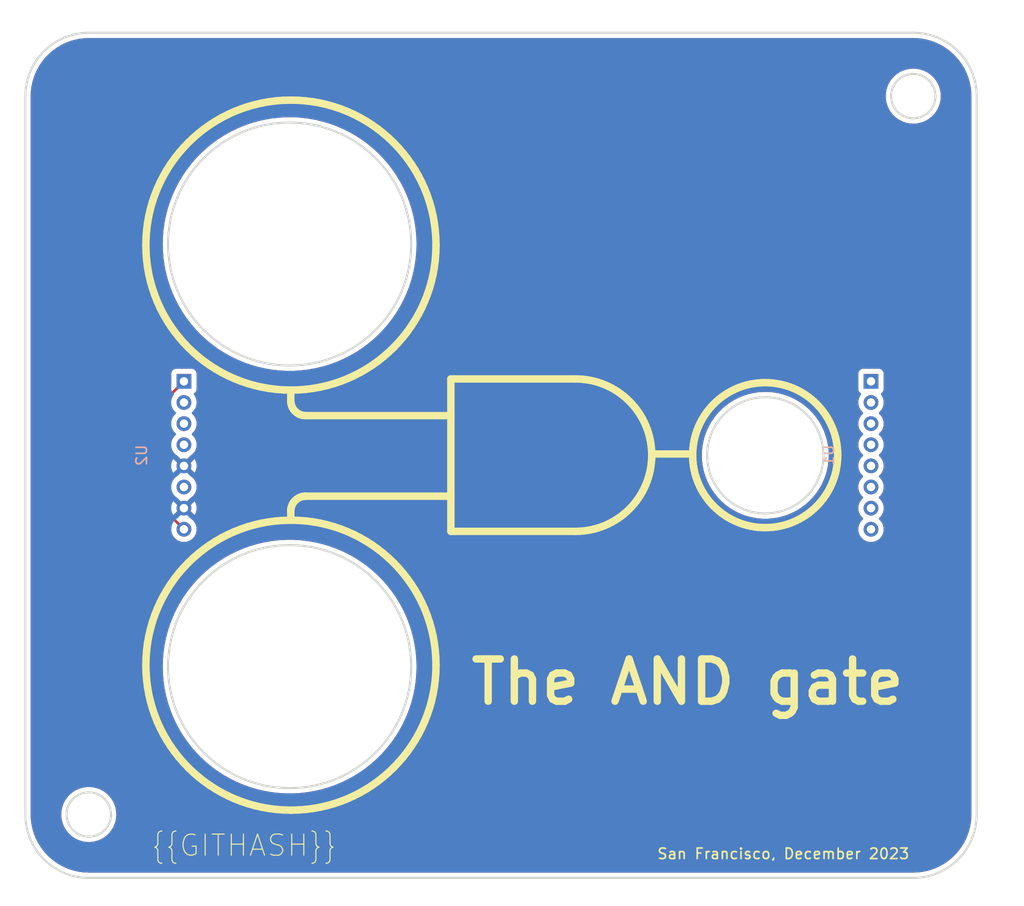
<source format=kicad_pcb>
(kicad_pcb (version 20221018) (generator pcbnew)
  (layers (0 "F.Cu" signal) (31 "B.Cu" signal) (34 "B.Paste" user) (35 "F.Paste" user) (36 "B.SilkS" user "B.Silkscreen") (37 "F.SilkS" user "F.Silkscreen") (38 "B.Mask" user) (39 "F.Mask" user) (44 "Edge.Cuts" user))
  (net 0 "")
  (net 1 "out")
  (net 2 "latch")
  (net 3 "xor")
  (net 4 "and")
  (net 5 "or")
  (net 6 "not")
  (net 7 "wire")
  (net 8 "in")
  (net 9 "and-1")
  (net 10 "xor-1")
  (net 11 "or-1")
  (net 12 "not-1")
  (net 13 "wire-1")
  (net 14 "in-1")
  (footprint "lib:HDR-TH_8P-P2.00-V-F" (layer "B.Cu") (at 101.8 101.1 -90)
    (fp_text reference "U2")
    (fp_text value "<help! no value>")
  )
  (footprint "lib:HDR-TH_8P-P2.00-V-F" (layer "B.Cu") (at 166.8 101.1 -90)
    (fp_text reference "U1")
    (fp_text value "<help! no value>")
  )
  (gr_line (start 127.055457 93.868249) (end 138.843966 93.868249) (stroke (width 0.703791)) (layer "F.SilkS"))
  (gr_line (start 118.46558 133.031757) (end 117.873831 133.334833) (stroke (width 0.703791)) (layer "F.SilkS"))
  (gr_line (start 157.835661 107.865018) (end 157.492247 107.908656) (stroke (width 0.703791)) (layer "F.SilkS"))
  (gr_line (start 150.467931 103.753101) (end 150.345066 103.441488) (stroke (width 0.703791)) (layer "F.SilkS"))
  (gr_line (start 116.005016 68.093063) (end 116.642687 68.308827) (stroke (width 0.703791)) (layer "F.SilkS"))
  (gr_line (start 109.833916 107.398421) (end 110.520744 107.311146) (stroke (width 0.703791)) (layer "F.SilkS"))
  (gr_line (start 163.513213 102.465039) (end 163.43659 102.797026) (stroke (width 0.703791)) (layer "F.SilkS"))
  (gr_line (start 99.032765 125.682975) (end 98.817001 125.045305) (stroke (width 0.703791)) (layer "F.SilkS"))
  (gr_line (start 144.1838 105.932553) (end 143.944939 106.183086) (stroke (width 0.703791)) (layer "F.SilkS"))
  (gr_line (start 124.815108 125.682975) (end 124.569378 126.306201) (stroke (width 0.703791)) (layer "F.SilkS"))
  (gr_line (start 150.756886 104.352935) (end 150.605348 104.05706) (stroke (width 0.703791)) (layer "F.SilkS"))
  (gr_line (start 125.369051 118.198374) (end 125.489742 118.874205) (stroke (width 0.703791)) (layer "F.SilkS"))
  (gr_line (start 112.080296 105.704801) (end 112.114189 105.645856) (stroke (width 0.703791)) (layer "F.SilkS"))
  (gr_line (start 107.205187 68.308827) (end 107.842858 68.093063) (stroke (width 0.703791)) (layer "F.SilkS"))
  (gr_line (start 112.190046 96.778769) (end 112.231832 96.831943) (stroke (width 0.703791)) (layer "F.SilkS"))
  (gr_line (start 101.33388 89.929698) (end 100.92646 89.41125) (stroke (width 0.703791)) (layer "F.SilkS"))
  (gr_line (start 153.815705 107.267418) (end 153.519831 107.11588) (stroke (width 0.703791)) (layer "F.SilkS"))
  (gr_line (start 102.696271 131.122932) (end 102.219648 130.668514) (stroke (width 0.703791)) (layer "F.SilkS"))
  (gr_line (start 123.661013 88.31636) (end 123.30404 88.873183) (stroke (width 0.703791)) (layer "F.SilkS"))
  (gr_line (start 155.075739 107.72805) (end 154.750112 107.635583) (stroke (width 0.703791)) (layer "F.SilkS"))
  (gr_line (start 103.712686 70.202522) (end 104.250753 69.819895) (stroke (width 0.703791)) (layer "F.SilkS"))
  (gr_line (start 163.617196 101.783709) (end 163.573558 102.127123) (stroke (width 0.703791)) (layer "F.SilkS"))
  (gr_line (start 109.158085 94.645114) (end 108.494111 94.491869) (stroke (width 0.703791)) (layer "F.SilkS"))
  (gr_line (start 125.215807 84.629826) (end 125.030872 85.281079) (stroke (width 0.703791)) (layer "F.SilkS"))
  (gr_line (start 141.651929 107.729078) (end 141.324336 107.858244) (stroke (width 0.703791)) (layer "F.SilkS"))
  (gr_line (start 142.584618 107.251604) (end 142.282523 107.425305) (stroke (width 0.703791)) (layer "F.SilkS"))
  (gr_line (start 119.040298 109.22715) (end 119.597121 109.584122) (stroke (width 0.703791)) (layer "F.SilkS"))
  (gr_line (start 157.492247 107.908656) (end 157.143767 107.935155) (stroke (width 0.703791)) (layer "F.SilkS"))
  (gr_line (start 122.921413 72.988749) (end 123.30404 73.526815) (stroke (width 0.703791)) (layer "F.SilkS"))
  (gr_line (start 112.899419 105.031441) (end 112.966214 105.012473) (stroke (width 0.703791)) (layer "F.SilkS"))
  (gr_line (start 121.151602 110.805519) (end 121.628225 111.259937) (stroke (width 0.703791)) (layer "F.SilkS"))
  (gr_line (start 123.30404 128.637409) (end 122.921413 129.175476) (stroke (width 0.703791)) (layer "F.SilkS"))
  (gr_line (start 149.964111 101.783709) (end 149.937612 101.435229) (stroke (width 0.703791)) (layer "F.SilkS"))
  (gr_line (start 112.114189 96.666473) (end 112.150802 96.723583) (stroke (width 0.703791)) (layer "F.SilkS"))
  (gr_line (start 112.630169 94.906078) (end 111.923937 94.923935) (stroke (width 0.703791)) (layer "F.SilkS"))
  (gr_line (start 146.048443 100.710889) (end 146.05783 101.082113) (stroke (width 0.703791)) (layer "F.SilkS"))
  (gr_line (start 124.815108 85.91875) (end 124.569378 86.541975) (stroke (width 0.703791)) (layer "F.SilkS"))
  (gr_line (start 112.707746 105.106961) (end 112.770097 105.078773) (stroke (width 0.703791)) (layer "F.SilkS"))
  (gr_line (start 123.30404 88.873183) (end 122.921413 89.41125) (stroke (width 0.703791)) (layer "F.SilkS"))
  (gr_line (start 109.833916 94.765805) (end 109.158085 94.645114) (stroke (width 0.703791)) (layer "F.SilkS"))
  (gr_line (start 152.685027 106.580852) (end 152.425803 106.377142) (stroke (width 0.703791)) (layer "F.SilkS"))
  (gr_line (start 152.17682 96.002759) (end 152.425803 95.787084) (stroke (width 0.703791)) (layer "F.SilkS"))
  (gr_line (start 104.807576 109.22715) (end 105.382293 108.896695) (stroke (width 0.703791)) (layer "F.SilkS"))
  (gr_line (start 111.917676 106.231817) (end 111.926627 106.161374) (stroke (width 0.703791)) (layer "F.SilkS"))
  (gr_line (start 112.32268 96.931901) (end 112.371565 96.978508) (stroke (width 0.703791)) (layer "F.SilkS"))
  (gr_line (start 111.926627 106.161374) (end 111.939006 106.092059) (stroke (width 0.703791)) (layer "F.SilkS"))
  (gr_line (start 143.160137 106.862839) (end 142.877307 107.063964) (stroke (width 0.703791)) (layer "F.SilkS"))
  (gr_line (start 152.425803 95.787084) (end 152.685027 95.583375) (stroke (width 0.703791)) (layer "F.SilkS"))
  (gr_line (start 101.33388 129.693924) (end 100.92646 129.175476) (stroke (width 0.703791)) (layer "F.SilkS"))
  (gr_line (start 150.922114 97.523932) (end 151.1006 97.245521) (stroke (width 0.703791)) (layer "F.SilkS"))
  (gr_line (start 113.10363 104.984377) (end 113.174074 104.975426) (stroke (width 0.703791)) (layer "F.SilkS"))
  (gr_line (start 125.630015 80.493768) (end 125.647872 81.2) (stroke (width 0.703791)) (layer "F.SilkS"))
  (gr_line (start 115.353763 67.908128) (end 116.005016 68.093063) (stroke (width 0.703791)) (layer "F.SilkS"))
  (gr_line (start 108.494111 107.672357) (end 109.158085 107.519112) (stroke (width 0.703791)) (layer "F.SilkS"))
  (gr_line (start 114.013957 107.398421) (end 114.689789 107.519112) (stroke (width 0.703791)) (layer "F.SilkS"))
  (gr_line (start 125.577017 79.796807) (end 125.630015 80.493768) (stroke (width 0.703791)) (layer "F.SilkS"))
  (gr_line (start 114.689789 134.40934) (end 114.013957 134.530031) (stroke (width 0.703791)) (layer "F.SilkS"))
  (gr_line (start 103.712686 92.197476) (end 103.194238 91.790056) (stroke (width 0.703791)) (layer "F.SilkS"))
  (gr_line (start 156.437535 94.229074) (end 156.790651 94.220145) (stroke (width 0.703791)) (layer "F.SilkS"))
  (gr_line (start 125.577017 119.561033) (end 125.630015 120.257994) (stroke (width 0.703791)) (layer "F.SilkS"))
  (gr_line (start 144.410535 105.670801) (end 144.1838 105.932553) (stroke (width 0.703791)) (layer "F.SilkS"))
  (gr_line (start 112.080296 96.607527) (end 112.114189 96.666473) (stroke (width 0.703791)) (layer "F.SilkS"))
  (gr_line (start 150.922114 104.640293) (end 150.756886 104.352935) (stroke (width 0.703791)) (layer "F.SilkS"))
  (gr_line (start 111.973691 96.355162) (end 111.99582 96.420564) (stroke (width 0.703791)) (layer "F.SilkS"))
  (gr_line (start 119.040298 69.462923) (end 119.597121 69.819895) (stroke (width 0.703791)) (layer "F.SilkS"))
  (gr_line (start 150.345066 98.722738) (end 150.467931 98.411125) (stroke (width 0.703791)) (layer "F.SilkS"))
  (gr_line (start 116.005016 107.857292) (end 116.642687 108.073055) (stroke (width 0.703791)) (layer "F.SilkS"))
  (gr_line (start 120.135187 131.961702) (end 119.597121 132.344329) (stroke (width 0.703791)) (layer "F.SilkS"))
  (gr_line (start 112.422638 105.289581) (end 112.475813 105.247795) (stroke (width 0.703791)) (layer "F.SilkS"))
  (gr_line (start 152.954061 106.772166) (end 152.685027 106.580852) (stroke (width 0.703791)) (layer "F.SilkS"))
  (gr_line (start 161.870007 105.695946) (end 161.642798 105.934258) (stroke (width 0.703791)) (layer "F.SilkS"))
  (gr_line (start 145.830719 99.279256) (end 145.91127 99.628268) (stroke (width 0.703791)) (layer "F.SilkS"))
  (gr_line (start 113.174074 104.975426) (end 113.245557 104.96999) (stroke (width 0.703791)) (layer "F.SilkS"))
  (gr_line (start 145.733509 98.936931) (end 145.830719 99.279256) (stroke (width 0.703791)) (layer "F.SilkS"))
  (gr_line (start 101.76523 90.427665) (end 101.33388 89.929698) (stroke (width 0.703791)) (layer "F.SilkS"))
  (gr_line (start 161.155502 106.377142) (end 160.896278 106.580852) (stroke (width 0.703791)) (layer "F.SilkS"))
  (gr_line (start 112.276073 105.429313) (end 112.32268 105.380429) (stroke (width 0.703791)) (layer "F.SilkS"))
  (gr_line (start 112.371565 96.978508) (end 112.422638 97.022749) (stroke (width 0.703791)) (layer "F.SilkS"))
  (gr_line (start 149.937612 100.728997) (end 149.964111 100.380516) (stroke (width 0.703791)) (layer "F.SilkS"))
  (gr_line (start 98.217858 120.257994) (end 98.270855 119.561033) (stroke (width 0.703791)) (layer "F.SilkS"))
  (gr_line (start 104.807576 92.937075) (end 104.250753 92.580103) (stroke (width 0.703791)) (layer "F.SilkS"))
  (gr_line (start 100.18686 128.080586) (end 99.856405 127.505869) (stroke (width 0.703791)) (layer "F.SilkS"))
  (gr_line (start 111.954723 106.023959) (end 111.973691 105.957165) (stroke (width 0.703791)) (layer "F.SilkS"))
  (gr_line (start 99.553329 75.250105) (end 99.856405 74.658356) (stroke (width 0.703791)) (layer "F.SilkS"))
  (gr_line (start 150.068094 102.465039) (end 150.007748 102.127123) (stroke (width 0.703791)) (layer "F.SilkS"))
  (gr_line (start 99.032765 116.245475) (end 99.278495 115.62225) (stroke (width 0.703791)) (layer "F.SilkS"))
  (gr_line (start 141.651929 94.43515) (end 141.971476 94.579614) (stroke (width 0.703791)) (layer "F.SilkS"))
  (gr_line (start 112.899419 97.28089) (end 112.966214 97.299858) (stroke (width 0.703791)) (layer "F.SilkS"))
  (gr_line (start 109.158085 134.40934) (end 108.494111 134.256096) (stroke (width 0.703791)) (layer "F.SilkS"))
  (gr_line (start 139.581542 93.905494) (end 139.942567 93.951369) (stroke (width 0.703791)) (layer "F.SilkS"))
  (gr_line (start 102.219648 111.259937) (end 102.696271 110.805519) (stroke (width 0.703791)) (layer "F.SilkS"))
  (gr_line (start 122.513993 72.470301) (end 122.921413 72.988749) (stroke (width 0.703791)) (layer "F.SilkS"))
  (gr_line (start 98.358131 118.874205) (end 98.478822 118.198374) (stroke (width 0.703791)) (layer "F.SilkS"))
  (gr_line (start 111.91224 96.009024) (end 111.917676 96.080507) (stroke (width 0.703791)) (layer "F.SilkS"))
  (gr_line (start 122.082643 130.19189) (end 121.628225 130.668514) (stroke (width 0.703791)) (layer "F.SilkS"))
  (gr_line (start 142.877307 107.063964) (end 142.584618 107.251604) (stroke (width 0.703791)) (layer "F.SilkS"))
  (gr_line (start 125.630015 120.257994) (end 125.647872 120.964226) (stroke (width 0.703791)) (layer "F.SilkS"))
  (gr_line (start 125.489742 83.29002) (end 125.369051 83.965852) (stroke (width 0.703791)) (layer "F.SilkS"))
  (gr_line (start 100.92646 72.988749) (end 101.33388 72.470301) (stroke (width 0.703791)) (layer "F.SilkS"))
  (gr_line (start 117.873831 93.570606) (end 117.265913 93.845441) (stroke (width 0.703791)) (layer "F.SilkS"))
  (gr_line (start 115.353763 94.491869) (end 114.689789 94.645114) (stroke (width 0.703791)) (layer "F.SilkS"))
  (gr_line (start 112.231832 105.480386) (end 112.276073 105.429313) (stroke (width 0.703791)) (layer "F.SilkS"))
  (gr_line (start 121.628225 90.904288) (end 121.151602 91.358706) (stroke (width 0.703791)) (layer "F.SilkS"))
  (gr_line (start 107.842858 107.857292) (end 108.494111 107.672357) (stroke (width 0.703791)) (layer "F.SilkS"))
  (gr_line (start 111.926627 96.150951) (end 111.939006 96.220267) (stroke (width 0.703791)) (layer "F.SilkS"))
  (gr_line (start 119.597121 92.580103) (end 119.040298 92.937075) (stroke (width 0.703791)) (layer "F.SilkS"))
  (gr_line (start 146.020586 101.819689) (end 145.97471 102.180713) (stroke (width 0.703791)) (layer "F.SilkS"))
  (gr_line (start 150.605348 104.05706) (end 150.467931 103.753101) (stroke (width 0.703791)) (layer "F.SilkS"))
  (gr_line (start 144.624692 96.765943) (end 144.825816 97.048773) (stroke (width 0.703791)) (layer "F.SilkS"))
  (gr_line (start 125.630015 121.670458) (end 125.577017 122.367419) (stroke (width 0.703791)) (layer "F.SilkS"))
  (gr_line (start 123.30404 73.526815) (end 123.661013 74.083639) (stroke (width 0.703791)) (layer "F.SilkS"))
  (gr_line (start 125.489742 79.109979) (end 125.577017 79.796807) (stroke (width 0.703791)) (layer "F.SilkS"))
  (gr_line (start 163.617196 100.380516) (end 163.643695 100.728997) (stroke (width 0.703791)) (layer "F.SilkS"))
  (gr_line (start 150.237184 103.122652) (end 150.144716 102.797026) (stroke (width 0.703791)) (layer "F.SilkS"))
  (gr_line (start 112.630169 107.258148) (end 113.32713 107.311146) (stroke (width 0.703791)) (layer "F.SilkS"))
  (gr_line (start 112.647054 105.138046) (end 112.707746 105.106961) (stroke (width 0.703791)) (layer "F.SilkS"))
  (gr_line (start 99.278495 86.541975) (end 99.032765 85.91875) (stroke (width 0.703791)) (layer "F.SilkS"))
  (gr_line (start 139.581542 108.258735) (end 139.215191 108.286593) (stroke (width 0.703791)) (layer "F.SilkS"))
  (gr_line (start 103.194238 131.554282) (end 102.696271 131.122932) (stroke (width 0.703791)) (layer "F.SilkS"))
  (gr_line (start 150.237184 99.041573) (end 150.345066 98.722738) (stroke (width 0.703791)) (layer "F.SilkS"))
  (gr_line (start 113.32713 67.546917) (end 114.013957 67.634193) (stroke (width 0.703791)) (layer "F.SilkS"))
  (gr_line (start 125.577017 122.367419) (end 125.489742 123.054246) (stroke (width 0.703791)) (layer "F.SilkS"))
  (gr_line (start 112.021023 105.827843) (end 112.049212 105.765493) (stroke (width 0.703791)) (layer "F.SilkS"))
  (gr_line (start 139.942567 108.21286) (end 139.581542 108.258735) (stroke (width 0.703791)) (layer "F.SilkS"))
  (gr_line (start 112.770097 105.078773) (end 112.834017 105.05357) (stroke (width 0.703791)) (layer "F.SilkS"))
  (gr_line (start 141.324336 107.858244) (end 140.98915 107.971658) (stroke (width 0.703791)) (layer "F.SilkS"))
  (gr_line (start 119.040298 92.937075) (end 118.46558 93.267531) (stroke (width 0.703791)) (layer "F.SilkS"))
  (gr_line (start 146.05783 101.082113) (end 146.048443 101.453338) (stroke (width 0.703791)) (layer "F.SilkS"))
  (gr_line (start 157.143767 107.935155) (end 156.790651 107.944083) (stroke (width 0.703791)) (layer "F.SilkS"))
  (gr_line (start 150.345066 103.441488) (end 150.237184 103.122652) (stroke (width 0.703791)) (layer "F.SilkS"))
  (gr_line (start 111.923937 67.476062) (end 112.630169 67.49392) (stroke (width 0.703791)) (layer "F.SilkS"))
  (gr_line (start 100.92646 129.175476) (end 100.543833 128.637409) (stroke (width 0.703791)) (layer "F.SilkS"))
  (gr_line (start 143.432655 95.515545) (end 143.694406 95.74228) (stroke (width 0.703791)) (layer "F.SilkS"))
  (gr_line (start 103.194238 110.374169) (end 103.712686 109.96675) (stroke (width 0.703791)) (layer "F.SilkS"))
  (gr_line (start 159.46164 94.759392) (end 159.765599 94.896809) (stroke (width 0.703791)) (layer "F.SilkS"))
  (gr_line (start 162.289392 96.976487) (end 162.480706 97.245521) (stroke (width 0.703791)) (layer "F.SilkS"))
  (gr_line (start 158.505564 94.436178) (end 158.831191 94.528646) (stroke (width 0.703791)) (layer "F.SilkS"))
  (gr_line (start 163.573558 102.127123) (end 163.513213 102.465039) (stroke (width 0.703791)) (layer "F.SilkS"))
  (gr_line (start 142.282523 107.425305) (end 141.971476 107.584614) (stroke (width 0.703791)) (layer "F.SilkS"))
  (gr_line (start 111.923937 134.688162) (end 111.217705 134.670304) (stroke (width 0.703791)) (layer "F.SilkS"))
  (gr_line (start 111.91224 106.3033) (end 111.917676 106.231817) (stroke (width 0.703791)) (layer "F.SilkS"))
  (gr_line (start 161.404486 96.002759) (end 161.642798 96.229968) (stroke (width 0.703791)) (layer "F.SilkS"))
  (gr_line (start 142.584618 94.912624) (end 142.877307 95.100264) (stroke (width 0.703791)) (layer "F.SilkS"))
  (gr_line (start 112.966214 105.012473) (end 113.034314 104.996756) (stroke (width 0.703791)) (layer "F.SilkS"))
  (gr_line (start 141.324336 94.305984) (end 141.651929 94.43515) (stroke (width 0.703791)) (layer "F.SilkS"))
  (gr_line (start 111.923937 107.240291) (end 112.630169 107.258148) (stroke (width 0.703791)) (layer "F.SilkS"))
  (gr_line (start 156.089055 107.908656) (end 155.745641 107.865018) (stroke (width 0.703791)) (layer "F.SilkS"))
  (gr_line (start 153.519831 95.048347) (end 153.815705 94.896809) (stroke (width 0.703791)) (layer "F.SilkS"))
  (gr_line (start 99.856405 114.422582) (end 100.18686 113.847865) (stroke (width 0.703791)) (layer "F.SilkS"))
  (gr_line (start 145.187156 97.643557) (end 145.346465 97.954605) (stroke (width 0.703791)) (layer "F.SilkS"))
  (gr_line (start 112.475813 97.064535) (end 112.530999 97.103779) (stroke (width 0.703791)) (layer "F.SilkS"))
  (gr_line (start 99.032765 85.91875) (end 98.817001 85.281079) (stroke (width 0.703791)) (layer "F.SilkS"))
  (gr_line (start 123.661013 128.080586) (end 123.30404 128.637409) (stroke (width 0.703791)) (layer "F.SilkS"))
  (gr_line (start 99.553329 115.014331) (end 99.856405 114.422582) (stroke (width 0.703791)) (layer "F.SilkS"))
  (gr_line (start 98.632066 84.629826) (end 98.478822 83.965852) (stroke (width 0.703791)) (layer "F.SilkS"))
  (gr_line (start 123.991468 114.422582) (end 124.294544 115.014331) (stroke (width 0.703791)) (layer "F.SilkS"))
  (gr_line (start 145.620095 98.601745) (end 145.733509 98.936931) (stroke (width 0.703791)) (layer "F.SilkS"))
  (gr_line (start 156.089055 94.255573) (end 156.437535 94.229074) (stroke (width 0.703791)) (layer "F.SilkS"))
  (gr_line (start 113.10363 97.327953) (end 113.174074 97.336905) (stroke (width 0.703791)) (layer "F.SilkS"))
  (gr_line (start 139.215191 93.877636) (end 139.581542 93.905494) (stroke (width 0.703791)) (layer "F.SilkS"))
  (gr_line (start 116.005016 134.071161) (end 115.353763 134.256096) (stroke (width 0.703791)) (layer "F.SilkS"))
  (gr_line (start 151.711299 105.695946) (end 151.495624 105.446963) (stroke (width 0.703791)) (layer "F.SilkS"))
  (gr_line (start 153.232472 95.213575) (end 153.519831 95.048347) (stroke (width 0.703791)) (layer "F.SilkS"))
  (gr_line (start 144.410535 96.493426) (end 144.624692 96.765943) (stroke (width 0.703791)) (layer "F.SilkS"))
  (gr_line (start 99.032765 76.481249) (end 99.278495 75.858024) (stroke (width 0.703791)) (layer "F.SilkS"))
  (gr_line (start 122.082643 71.972334) (end 122.513993 72.470301) (stroke (width 0.703791)) (layer "F.SilkS"))
  (gr_line (start 107.842858 68.093063) (end 108.494111 67.908128) (stroke (width 0.703791)) (layer "F.SilkS"))
  (gr_line (start 112.966214 97.299858) (end 113.034314 97.315575) (stroke (width 0.703791)) (layer "F.SilkS"))
  (gr_line (start 151.938508 96.229968) (end 152.17682 96.002759) (stroke (width 0.703791)) (layer "F.SilkS"))
  (gr_line (start 98.270855 119.561033) (end 98.358131 118.874205) (stroke (width 0.703791)) (layer "F.SilkS"))
  (gr_line (start 112.231832 96.831943) (end 112.276073 96.883016) (stroke (width 0.703791)) (layer "F.SilkS"))
  (gr_line (start 111.217705 94.906078) (end 110.520744 94.85308) (stroke (width 0.703791)) (layer "F.SilkS"))
  (gr_line (start 156.437535 107.935155) (end 156.089055 107.908656) (stroke (width 0.703791)) (layer "F.SilkS"))
  (gr_line (start 112.371565 105.333822) (end 112.422638 105.289581) (stroke (width 0.703791)) (layer "F.SilkS"))
  (gr_line (start 144.825816 97.048773) (end 145.013455 97.341462) (stroke (width 0.703791)) (layer "F.SilkS"))
  (gr_line (start 98.632066 117.5344) (end 98.817001 116.883146) (stroke (width 0.703791)) (layer "F.SilkS"))
  (gr_line (start 111.939006 96.220267) (end 111.954723 96.288367) (stroke (width 0.703791)) (layer "F.SilkS"))
  (gr_line (start 100.543833 73.526815) (end 100.92646 72.988749) (stroke (width 0.703791)) (layer "F.SilkS"))
  (gr_line (start 124.569378 75.858024) (end 124.815108 76.481249) (stroke (width 0.703791)) (layer "F.SilkS"))
  (gr_line (start 106.581961 133.609667) (end 105.974042 133.334833) (stroke (width 0.703791)) (layer "F.SilkS"))
  (gr_line (start 118.46558 108.896695) (end 119.040298 109.22715) (stroke (width 0.703791)) (layer "F.SilkS"))
  (gr_line (start 145.620095 103.562482) (end 145.490929 103.890075) (stroke (width 0.703791)) (layer "F.SilkS"))
  (gr_line (start 161.155502 95.787084) (end 161.404486 96.002759) (stroke (width 0.703791)) (layer "F.SilkS"))
  (gr_line (start 145.97471 102.180713) (end 145.91127 102.535958) (stroke (width 0.703791)) (layer "F.SilkS"))
  (gr_line (start 103.194238 91.790056) (end 102.696271 91.358706) (stroke (width 0.703791)) (layer "F.SilkS"))
  (gr_line (start 159.46164 107.404835) (end 159.150027 107.527701) (stroke (width 0.703791)) (layer "F.SilkS"))
  (gr_line (start 155.745641 107.865018) (end 155.407726 107.804672) (stroke (width 0.703791)) (layer "F.SilkS"))
  (gr_line (start 143.944939 106.183086) (end 143.694406 106.421947) (stroke (width 0.703791)) (layer "F.SilkS"))
  (gr_line (start 159.765599 107.267418) (end 159.46164 107.404835) (stroke (width 0.703791)) (layer "F.SilkS"))
  (gr_line (start 143.944939 95.981141) (end 144.1838 96.231674) (stroke (width 0.703791)) (layer "F.SilkS"))
  (gr_line (start 104.807576 132.701302) (end 104.250753 132.344329) (stroke (width 0.703791)) (layer "F.SilkS"))
  (gr_line (start 145.346465 97.954605) (end 145.490929 98.274152) (stroke (width 0.703791)) (layer "F.SilkS"))
  (gr_line (start 143.694406 106.421947) (end 143.432655 106.648683) (stroke (width 0.703791)) (layer "F.SilkS"))
  (gr_line (start 163.113376 103.753101) (end 162.975958 104.05706) (stroke (width 0.703791)) (layer "F.SilkS"))
  (gr_line (start 100.18686 88.31636) (end 99.856405 87.741643) (stroke (width 0.703791)) (layer "F.SilkS"))
  (gr_line (start 119.597121 132.344329) (end 119.040298 132.701302) (stroke (width 0.703791)) (layer "F.SilkS"))
  (gr_line (start 98.817001 116.883146) (end 99.032765 116.245475) (stroke (width 0.703791)) (layer "F.SilkS"))
  (gr_line (start 163.643695 100.728997) (end 163.652623 101.082113) (stroke (width 0.703791)) (layer "F.SilkS"))
  (gr_line (start 103.712686 131.961702) (end 103.194238 131.554282) (stroke (width 0.703791)) (layer "F.SilkS"))
  (gr_line (start 100.92646 112.752975) (end 101.33388 112.234527) (stroke (width 0.703791)) (layer "F.SilkS"))
  (gr_line (start 125.489742 123.054246) (end 125.369051 123.730078) (stroke (width 0.703791)) (layer "F.SilkS"))
  (gr_line (start 125.369051 83.965852) (end 125.215807 84.629826) (stroke (width 0.703791)) (layer "F.SilkS"))
  (gr_line (start 100.18686 113.847865) (end 100.543833 113.291042) (stroke (width 0.703791)) (layer "F.SilkS"))
  (gr_line (start 157.143767 94.229074) (end 157.492247 94.255573) (stroke (width 0.703791)) (layer "F.SilkS"))
  (gr_line (start 110.520744 134.617307) (end 109.833916 134.530031) (stroke (width 0.703791)) (layer "F.SilkS"))
  (gr_line (start 113.317991 104.968159) (end 127.014093 104.968159) (stroke (width 0.703791)) (layer "F.SilkS"))
  (gr_line (start 114.689789 107.519112) (end 115.353763 107.672357) (stroke (width 0.703791)) (layer "F.SilkS"))
  (gr_line (start 146.020586 100.344537) (end 146.048443 100.710889) (stroke (width 0.703791)) (layer "F.SilkS"))
  (gr_line (start 151.1006 104.918705) (end 150.922114 104.640293) (stroke (width 0.703791)) (layer "F.SilkS"))
  (gr_line (start 153.519831 107.11588) (end 153.232472 106.950652) (stroke (width 0.703791)) (layer "F.SilkS"))
  (gr_line (start 162.975958 98.107165) (end 163.113376 98.411125) (stroke (width 0.703791)) (layer "F.SilkS"))
  (gr_line (start 120.653635 91.790056) (end 120.135187 92.197476) (stroke (width 0.703791)) (layer "F.SilkS"))
  (gr_line (start 143.432655 106.648683) (end 143.160137 106.862839) (stroke (width 0.703791)) (layer "F.SilkS"))
  (gr_line (start 158.173577 107.804672) (end 157.835661 107.865018) (stroke (width 0.703791)) (layer "F.SilkS"))
  (gr_line (start 121.151602 91.358706) (end 120.653635 91.790056) (stroke (width 0.703791)) (layer "F.SilkS"))
  (gr_line (start 157.492247 94.255573) (end 157.835661 94.299211) (stroke (width 0.703791)) (layer "F.SilkS"))
  (gr_line (start 161.870007 96.46828) (end 162.085682 96.717263) (stroke (width 0.703791)) (layer "F.SilkS"))
  (gr_line (start 110.520744 94.85308) (end 109.833916 94.765805) (stroke (width 0.703791)) (layer "F.SilkS"))
  (gr_line (start 98.817001 77.11892) (end 99.032765 76.481249) (stroke (width 0.703791)) (layer "F.SilkS"))
  (gr_line (start 121.151602 71.041292) (end 121.628225 71.49571) (stroke (width 0.703791)) (layer "F.SilkS"))
  (gr_line (start 99.553329 126.91412) (end 99.278495 126.306201) (stroke (width 0.703791)) (layer "F.SilkS"))
  (gr_line (start 152.425803 106.377142) (end 152.17682 106.161467) (stroke (width 0.703791)) (layer "F.SilkS"))
  (gr_line (start 118.46558 93.267531) (end 117.873831 93.570606) (stroke (width 0.703791)) (layer "F.SilkS"))
  (gr_line (start 151.711299 96.46828) (end 151.938508 96.229968) (stroke (width 0.703791)) (layer "F.SilkS"))
  (gr_line (start 116.005016 94.306934) (end 115.353763 94.491869) (stroke (width 0.703791)) (layer "F.SilkS"))
  (gr_line (start 98.217858 80.493768) (end 98.270855 79.796807) (stroke (width 0.703791)) (layer "F.SilkS"))
  (gr_line (start 111.917676 96.080507) (end 111.926627 96.150951) (stroke (width 0.703791)) (layer "F.SilkS"))
  (gr_line (start 163.113376 98.411125) (end 163.236241 98.722738) (stroke (width 0.703791)) (layer "F.SilkS"))
  (gr_line (start 125.577017 82.603193) (end 125.489742 83.29002) (stroke (width 0.703791)) (layer "F.SilkS"))
  (gr_line (start 154.750112 107.635583) (end 154.431277 107.527701) (stroke (width 0.703791)) (layer "F.SilkS"))
  (gr_line (start 106.581961 93.845441) (end 105.974042 93.570606) (stroke (width 0.703791)) (layer "F.SilkS"))
  (gr_line (start 113.317991 97.344172) (end 127.014093 97.344172) (stroke (width 0.703791)) (layer "F.SilkS"))
  (gr_line (start 125.369051 78.434147) (end 125.489742 79.109979) (stroke (width 0.703791)) (layer "F.SilkS"))
  (gr_line (start 140.98915 107.971658) (end 140.646824 108.068868) (stroke (width 0.703791)) (layer "F.SilkS"))
  (gr_line (start 99.856405 74.658356) (end 100.18686 74.083639) (stroke (width 0.703791)) (layer "F.SilkS"))
  (gr_line (start 163.652623 101.082113) (end 163.643695 101.435229) (stroke (width 0.703791)) (layer "F.SilkS"))
  (gr_line (start 124.294544 126.91412) (end 123.991468 127.505869) (stroke (width 0.703791)) (layer "F.SilkS"))
  (gr_line (start 106.581961 108.318785) (end 107.205187 108.073055) (stroke (width 0.703791)) (layer "F.SilkS"))
  (gr_line (start 143.160137 95.301388) (end 143.432655 95.515545) (stroke (width 0.703791)) (layer "F.SilkS"))
  (gr_line (start 145.013455 104.822765) (end 144.825816 105.115454) (stroke (width 0.703791)) (layer "F.SilkS"))
  (gr_line (start 98.217858 121.670458) (end 98.2 120.964226) (stroke (width 0.703791)) (layer "F.SilkS"))
  (gr_line (start 123.661013 113.847865) (end 123.991468 114.422582) (stroke (width 0.703791)) (layer "F.SilkS"))
  (gr_line (start 98.2 81.2) (end 98.217858 80.493768) (stroke (width 0.703791)) (layer "F.SilkS"))
  (gr_line (start 112.834017 105.05357) (end 112.899419 105.031441) (stroke (width 0.703791)) (layer "F.SilkS"))
  (gr_line (start 121.628225 71.49571) (end 122.082643 71.972334) (stroke (width 0.703791)) (layer "F.SilkS"))
  (gr_line (start 141.971476 107.584614) (end 141.651929 107.729078) (stroke (width 0.703791)) (layer "F.SilkS"))
  (gr_line (start 140.297812 108.149419) (end 139.942567 108.21286) (stroke (width 0.703791)) (layer "F.SilkS"))
  (gr_line (start 112.770097 97.233557) (end 112.834017 97.25876) (stroke (width 0.703791)) (layer "F.SilkS"))
  (gr_line (start 103.194238 70.609942) (end 103.712686 70.202522) (stroke (width 0.703791)) (layer "F.SilkS"))
  (gr_line (start 108.494111 94.491869) (end 107.842858 94.306934) (stroke (width 0.703791)) (layer "F.SilkS"))
  (gr_line (start 154.119664 94.759392) (end 154.431277 94.636527) (stroke (width 0.703791)) (layer "F.SilkS"))
  (gr_line (start 98.478822 123.730078) (end 98.358131 123.054246) (stroke (width 0.703791)) (layer "F.SilkS"))
  (gr_line (start 99.278495 75.858024) (end 99.553329 75.250105) (stroke (width 0.703791)) (layer "F.SilkS"))
  (gr_line (start 163.573558 100.037103) (end 163.617196 100.380516) (stroke (width 0.703791)) (layer "F.SilkS"))
  (gr_line (start 152.17682 106.161467) (end 151.938508 105.934258) (stroke (width 0.703791)) (layer "F.SilkS"))
  (gr_line (start 163.43659 102.797026) (end 163.344123 103.122652) (stroke (width 0.703791)) (layer "F.SilkS"))
  (gr_line (start 112.530999 97.103779) (end 112.588109 97.140392) (stroke (width 0.703791)) (layer "F.SilkS"))
  (gr_line (start 125.630015 81.906232) (end 125.577017 82.603193) (stroke (width 0.703791)) (layer "F.SilkS"))
  (gr_line (start 98.358131 83.29002) (end 98.270855 82.603193) (stroke (width 0.703791)) (layer "F.SilkS"))
  (gr_line (start 105.382293 133.031757) (end 104.807576 132.701302) (stroke (width 0.703791)) (layer "F.SilkS"))
  (gr_line (start 138.843966 93.868249) (end 139.215191 93.877636) (stroke (width 0.703791)) (layer "F.SilkS"))
  (gr_line (start 107.842858 94.306934) (end 107.205187 94.091171) (stroke (width 0.703791)) (layer "F.SilkS"))
  (gr_line (start 162.085682 96.717263) (end 162.289392 96.976487) (stroke (width 0.703791)) (layer "F.SilkS"))
  (gr_line (start 111.923937 94.923935) (end 111.217705 94.906078) (stroke (width 0.703791)) (layer "F.SilkS"))
  (gr_line (start 156.790651 107.944083) (end 156.437535 107.935155) (stroke (width 0.703791)) (layer "F.SilkS"))
  (gr_line (start 163.344123 103.122652) (end 163.236241 103.441488) (stroke (width 0.703791)) (layer "F.SilkS"))
  (gr_line (start 145.733509 103.227296) (end 145.620095 103.562482) (stroke (width 0.703791)) (layer "F.SilkS"))
  (gr_line (start 121.151602 131.122932) (end 120.653635 131.554282) (stroke (width 0.703791)) (layer "F.SilkS"))
  (gr_line (start 119.597121 109.584122) (end 120.135187 109.96675) (stroke (width 0.703791)) (layer "F.SilkS"))
  (gr_line (start 105.382293 108.896695) (end 105.974042 108.593619) (stroke (width 0.703791)) (layer "F.SilkS"))
  (gr_line (start 140.98915 94.19257) (end 141.324336 94.305984) (stroke (width 0.703791)) (layer "F.SilkS"))
  (gr_line (start 98.358131 79.109979) (end 98.478822 78.434147) (stroke (width 0.703791)) (layer "F.SilkS"))
  (gr_line (start 145.490929 98.274152) (end 145.620095 98.601745) (stroke (width 0.703791)) (layer "F.SilkS"))
  (gr_line (start 117.265913 93.845441) (end 116.642687 94.091171) (stroke (width 0.703791)) (layer "F.SilkS"))
  (gr_line (start 150.068094 99.699187) (end 150.144716 99.3672) (stroke (width 0.703791)) (layer "F.SilkS"))
  (gr_line (start 155.407726 107.804672) (end 155.075739 107.72805) (stroke (width 0.703791)) (layer "F.SilkS"))
  (gr_line (start 154.431277 94.636527) (end 154.750112 94.528646) (stroke (width 0.703791)) (layer "F.SilkS"))
  (gr_line (start 162.659192 97.523932) (end 162.82442 97.811291) (stroke (width 0.703791)) (layer "F.SilkS"))
  (gr_line (start 110.520744 107.311146) (end 111.217705 107.258148) (stroke (width 0.703791)) (layer "F.SilkS"))
  (gr_line (start 122.513993 129.693924) (end 122.082643 130.19189) (stroke (width 0.703791)) (layer "F.SilkS"))
  (gr_line (start 109.833916 67.634193) (end 110.520744 67.546917) (stroke (width 0.703791)) (layer "F.SilkS"))
  (gr_line (start 155.745641 94.299211) (end 156.089055 94.255573) (stroke (width 0.703791)) (layer "F.SilkS"))
  (gr_line (start 99.278495 126.306201) (end 99.032765 125.682975) (stroke (width 0.703791)) (layer "F.SilkS"))
  (gr_line (start 125.647872 81.2) (end 125.630015 81.906232) (stroke (width 0.703791)) (layer "F.SilkS"))
  (gr_line (start 120.135187 109.96675) (end 120.653635 110.374169) (stroke (width 0.703791)) (layer "F.SilkS"))
  (gr_line (start 104.250753 92.580103) (end 103.712686 92.197476) (stroke (width 0.703791)) (layer "F.SilkS"))
  (gr_line (start 117.265913 108.318785) (end 117.873831 108.593619) (stroke (width 0.703791)) (layer "F.SilkS"))
  (gr_line (start 140.646824 108.068868) (end 140.297812 108.149419) (stroke (width 0.703791)) (layer "F.SilkS"))
  (gr_line (start 125.030872 125.045305) (end 124.815108 125.682975) (stroke (width 0.703791)) (layer "F.SilkS"))
  (gr_line (start 139.215191 108.286593) (end 138.843966 108.29598) (stroke (width 0.703791)) (layer "F.SilkS"))
  (gr_line (start 121.628225 130.668514) (end 121.151602 131.122932) (stroke (width 0.703791)) (layer "F.SilkS"))
  (gr_line (start 100.543833 113.291042) (end 100.92646 112.752975) (stroke (width 0.703791)) (layer "F.SilkS"))
  (gr_line (start 160.348833 106.950652) (end 160.061474 107.11588) (stroke (width 0.703791)) (layer "F.SilkS"))
  (gr_line (start 98.270855 79.796807) (end 98.358131 79.109979) (stroke (width 0.703791)) (layer "F.SilkS"))
  (gr_line (start 122.921413 89.41125) (end 122.513993 89.929698) (stroke (width 0.703791)) (layer "F.SilkS"))
  (gr_line (start 104.807576 69.462923) (end 105.382293 69.132467) (stroke (width 0.703791)) (layer "F.SilkS"))
  (gr_line (start 140.646824 94.095361) (end 140.98915 94.19257) (stroke (width 0.703791)) (layer "F.SilkS"))
  (gr_line (start 106.581961 68.554557) (end 107.205187 68.308827) (stroke (width 0.703791)) (layer "F.SilkS"))
  (gr_line (start 152.954061 95.392061) (end 153.232472 95.213575) (stroke (width 0.703791)) (layer "F.SilkS"))
  (gr_line (start 101.33388 112.234527) (end 101.76523 111.73656) (stroke (width 0.703791)) (layer "F.SilkS"))
  (gr_line (start 150.144716 99.3672) (end 150.237184 99.041573) (stroke (width 0.703791)) (layer "F.SilkS"))
  (gr_line (start 162.085682 105.446963) (end 161.870007 105.695946) (stroke (width 0.703791)) (layer "F.SilkS"))
  (gr_line (start 107.205187 94.091171) (end 106.581961 93.845441) (stroke (width 0.703791)) (layer "F.SilkS"))
  (gr_line (start 111.910408 107.197257) (end 111.910408 106.375733) (stroke (width 0.703791)) (layer "F.SilkS"))
  (gr_line (start 116.642687 68.308827) (end 117.265913 68.554557) (stroke (width 0.703791)) (layer "F.SilkS"))
  (gr_line (start 122.082643 111.73656) (end 122.513993 112.234527) (stroke (width 0.703791)) (layer "F.SilkS"))
  (gr_line (start 155.407726 94.359556) (end 155.745641 94.299211) (stroke (width 0.703791)) (layer "F.SilkS"))
  (gr_line (start 120.653635 110.374169) (end 121.151602 110.805519) (stroke (width 0.703791)) (layer "F.SilkS"))
  (gr_line (start 113.174074 97.336905) (end 113.245557 97.34234) (stroke (width 0.703791)) (layer "F.SilkS"))
  (gr_line (start 151.938508 105.934258) (end 151.711299 105.695946) (stroke (width 0.703791)) (layer "F.SilkS"))
  (gr_line (start 119.597121 69.819895) (end 120.135187 70.202522) (stroke (width 0.703791)) (layer "F.SilkS"))
  (gr_line (start 123.991468 127.505869) (end 123.661013 128.080586) (stroke (width 0.703791)) (layer "F.SilkS"))
  (gr_line (start 117.873831 133.334833) (end 117.265913 133.609667) (stroke (width 0.703791)) (layer "F.SilkS"))
  (gr_line (start 114.013957 134.530031) (end 113.32713 134.617307) (stroke (width 0.703791)) (layer "F.SilkS"))
  (gr_line (start 122.513993 89.929698) (end 122.082643 90.427665) (stroke (width 0.703791)) (layer "F.SilkS"))
  (gr_line (start 113.32713 107.311146) (end 114.013957 107.398421) (stroke (width 0.703791)) (layer "F.SilkS"))
  (gr_line (start 98.632066 124.394052) (end 98.478822 123.730078) (stroke (width 0.703791)) (layer "F.SilkS"))
  (gr_line (start 151.495624 105.446963) (end 151.291914 105.187739) (stroke (width 0.703791)) (layer "F.SilkS"))
  (gr_line (start 111.910408 95.115071) (end 111.910408 95.93659) (stroke (width 0.703791)) (layer "F.SilkS"))
  (gr_line (start 146.048443 101.453338) (end 146.020586 101.819689) (stroke (width 0.703791)) (layer "F.SilkS"))
  (gr_line (start 115.353763 107.672357) (end 116.005016 107.857292) (stroke (width 0.703791)) (layer "F.SilkS"))
  (gr_line (start 116.642687 108.073055) (end 117.265913 108.318785) (stroke (width 0.703791)) (layer "F.SilkS"))
  (gr_line (start 98.217858 81.906232) (end 98.2 81.2) (stroke (width 0.703791)) (layer "F.SilkS"))
  (gr_line (start 159.150027 107.527701) (end 158.831191 107.635583) (stroke (width 0.703791)) (layer "F.SilkS"))
  (gr_line (start 122.082643 90.427665) (end 121.628225 90.904288) (stroke (width 0.703791)) (layer "F.SilkS"))
  (gr_line (start 144.825816 105.115454) (end 144.624692 105.398284) (stroke (width 0.703791)) (layer "F.SilkS"))
  (gr_line (start 108.494111 67.908128) (end 109.158085 67.754884) (stroke (width 0.703791)) (layer "F.SilkS"))
  (gr_line (start 99.856405 87.741643) (end 99.553329 87.149894) (stroke (width 0.703791)) (layer "F.SilkS"))
  (gr_line (start 145.97471 99.983513) (end 146.020586 100.344537) (stroke (width 0.703791)) (layer "F.SilkS"))
  (gr_line (start 101.76523 71.972334) (end 102.219648 71.49571) (stroke (width 0.703791)) (layer "F.SilkS"))
  (gr_line (start 112.530999 105.208551) (end 112.588109 105.171939) (stroke (width 0.703791)) (layer "F.SilkS"))
  (gr_line (start 123.991468 87.741643) (end 123.661013 88.31636) (stroke (width 0.703791)) (layer "F.SilkS"))
  (gr_line (start 124.815108 76.481249) (end 125.030872 77.11892) (stroke (width 0.703791)) (layer "F.SilkS"))
  (gr_line (start 116.642687 133.855397) (end 116.005016 134.071161) (stroke (width 0.703791)) (layer "F.SilkS"))
  (gr_line (start 153.232472 106.950652) (end 152.954061 106.772166) (stroke (width 0.703791)) (layer "F.SilkS"))
  (gr_line (start 102.219648 71.49571) (end 102.696271 71.041292) (stroke (width 0.703791)) (layer "F.SilkS"))
  (gr_line (start 162.480706 97.245521) (end 162.659192 97.523932) (stroke (width 0.703791)) (layer "F.SilkS"))
  (gr_line (start 125.215807 117.5344) (end 125.369051 118.198374) (stroke (width 0.703791)) (layer "F.SilkS"))
  (gr_line (start 160.627245 106.772166) (end 160.348833 106.950652) (stroke (width 0.703791)) (layer "F.SilkS"))
  (gr_line (start 158.831191 107.635583) (end 158.505564 107.72805) (stroke (width 0.703791)) (layer "F.SilkS"))
  (gr_line (start 113.245557 97.34234) (end 113.317991 97.344172) (stroke (width 0.703791)) (layer "F.SilkS"))
  (gr_line (start 111.939006 106.092059) (end 111.954723 106.023959) (stroke (width 0.703791)) (layer "F.SilkS"))
  (gr_line (start 149.964111 100.380516) (end 150.007748 100.037103) (stroke (width 0.703791)) (layer "F.SilkS"))
  (gr_line (start 105.382293 69.132467) (end 105.974042 68.829391) (stroke (width 0.703791)) (layer "F.SilkS"))
  (gr_line (start 142.877307 95.100264) (end 143.160137 95.301388) (stroke (width 0.703791)) (layer "F.SilkS"))
  (gr_line (start 102.696271 71.041292) (end 103.194238 70.609942) (stroke (width 0.703791)) (layer "F.SilkS"))
  (gr_line (start 162.480706 104.918705) (end 162.289392 105.187739) (stroke (width 0.703791)) (layer "F.SilkS"))
  (gr_line (start 124.294544 115.014331) (end 124.569378 115.62225) (stroke (width 0.703791)) (layer "F.SilkS"))
  (gr_line (start 113.034314 104.996756) (end 113.10363 104.984377) (stroke (width 0.703791)) (layer "F.SilkS"))
  (gr_line (start 112.588109 105.171939) (end 112.647054 105.138046) (stroke (width 0.703791)) (layer "F.SilkS"))
  (gr_line (start 101.33388 72.470301) (end 101.76523 71.972334) (stroke (width 0.703791)) (layer "F.SilkS"))
  (gr_line (start 124.569378 86.541975) (end 124.294544 87.149894) (stroke (width 0.703791)) (layer "F.SilkS"))
  (gr_line (start 98.632066 77.770174) (end 98.817001 77.11892) (stroke (width 0.703791)) (layer "F.SilkS"))
  (gr_line (start 151.495624 96.717263) (end 151.711299 96.46828) (stroke (width 0.703791)) (layer "F.SilkS"))
  (gr_line (start 163.643695 101.435229) (end 163.617196 101.783709) (stroke (width 0.703791)) (layer "F.SilkS"))
  (gr_line (start 161.404486 106.161467) (end 161.155502 106.377142) (stroke (width 0.703791)) (layer "F.SilkS"))
  (gr_line (start 155.075739 94.436178) (end 155.407726 94.359556) (stroke (width 0.703791)) (layer "F.SilkS"))
  (gr_line (start 105.974042 108.593619) (end 106.581961 108.318785) (stroke (width 0.703791)) (layer "F.SilkS"))
  (gr_line (start 107.205187 133.855397) (end 106.581961 133.609667) (stroke (width 0.703791)) (layer "F.SilkS"))
  (gr_line (start 138.843966 108.29598) (end 127.055457 108.29598) (stroke (width 0.703791)) (layer "F.SilkS"))
  (gr_line (start 111.217705 107.258148) (end 111.923937 107.240291) (stroke (width 0.703791)) (layer "F.SilkS"))
  (gr_line (start 109.158085 107.519112) (end 109.833916 107.398421) (stroke (width 0.703791)) (layer "F.SilkS"))
  (gr_line (start 124.569378 126.306201) (end 124.294544 126.91412) (stroke (width 0.703791)) (layer "F.SilkS"))
  (gr_line (start 125.369051 123.730078) (end 125.215807 124.394052) (stroke (width 0.703791)) (layer "F.SilkS"))
  (gr_line (start 112.021023 96.484485) (end 112.049212 96.546835) (stroke (width 0.703791)) (layer "F.SilkS"))
  (gr_line (start 125.489742 118.874205) (end 125.577017 119.561033) (stroke (width 0.703791)) (layer "F.SilkS"))
  (gr_line (start 112.630169 67.49392) (end 113.32713 67.546917) (stroke (width 0.703791)) (layer "F.SilkS"))
  (gr_line (start 107.205187 108.073055) (end 107.842858 107.857292) (stroke (width 0.703791)) (layer "F.SilkS"))
  (gr_line (start 114.013957 94.765805) (end 113.32713 94.85308) (stroke (width 0.703791)) (layer "F.SilkS"))
  (gr_line (start 150.144716 102.797026) (end 150.068094 102.465039) (stroke (width 0.703791)) (layer "F.SilkS"))
  (gr_line (start 111.910408 95.93659) (end 111.91224 96.009024) (stroke (width 0.703791)) (layer "F.SilkS"))
  (gr_line (start 98.478822 78.434147) (end 98.632066 77.770174) (stroke (width 0.703791)) (layer "F.SilkS"))
  (gr_line (start 112.190046 105.53356) (end 112.231832 105.480386) (stroke (width 0.703791)) (layer "F.SilkS"))
  (gr_line (start 160.348833 95.213575) (end 160.627245 95.392061) (stroke (width 0.703791)) (layer "F.SilkS"))
  (gr_line (start 160.896278 106.580852) (end 160.627245 106.772166) (stroke (width 0.703791)) (layer "F.SilkS"))
  (gr_line (start 112.475813 105.247795) (end 112.530999 105.208551) (stroke (width 0.703791)) (layer "F.SilkS"))
  (gr_line (start 123.30404 113.291042) (end 123.661013 113.847865) (stroke (width 0.703791)) (layer "F.SilkS"))
  (gr_line (start 120.135187 70.202522) (end 120.653635 70.609942) (stroke (width 0.703791)) (layer "F.SilkS"))
  (gr_line (start 121.628225 111.259937) (end 122.082643 111.73656) (stroke (width 0.703791)) (layer "F.SilkS"))
  (gr_line (start 114.689789 94.645114) (end 114.013957 94.765805) (stroke (width 0.703791)) (layer "F.SilkS"))
  (gr_line (start 111.99582 96.420564) (end 112.021023 96.484485) (stroke (width 0.703791)) (layer "F.SilkS"))
  (gr_line (start 100.18686 74.083639) (end 100.543833 73.526815) (stroke (width 0.703791)) (layer "F.SilkS"))
  (gr_line (start 104.250753 109.584122) (end 104.807576 109.22715) (stroke (width 0.703791)) (layer "F.SilkS"))
  (gr_line (start 159.150027 94.636527) (end 159.46164 94.759392) (stroke (width 0.703791)) (layer "F.SilkS"))
  (gr_line (start 151.291914 105.187739) (end 151.1006 104.918705) (stroke (width 0.703791)) (layer "F.SilkS"))
  (gr_line (start 143.694406 95.74228) (end 143.944939 95.981141) (stroke (width 0.703791)) (layer "F.SilkS"))
  (gr_line (start 112.834017 97.25876) (end 112.899419 97.28089) (stroke (width 0.703791)) (layer "F.SilkS"))
  (gr_line (start 117.265913 133.609667) (end 116.642687 133.855397) (stroke (width 0.703791)) (layer "F.SilkS"))
  (gr_line (start 98.817001 125.045305) (end 98.632066 124.394052) (stroke (width 0.703791)) (layer "F.SilkS"))
  (gr_line (start 110.520744 67.546917) (end 111.217705 67.49392) (stroke (width 0.703791)) (layer "F.SilkS"))
  (gr_line (start 145.490929 103.890075) (end 145.346465 104.209622) (stroke (width 0.703791)) (layer "F.SilkS"))
  (gr_line (start 161.642798 96.229968) (end 161.870007 96.46828) (stroke (width 0.703791)) (layer "F.SilkS"))
  (gr_line (start 125.030872 85.281079) (end 124.815108 85.91875) (stroke (width 0.703791)) (layer "F.SilkS"))
  (gr_line (start 125.215807 77.770174) (end 125.369051 78.434147) (stroke (width 0.703791)) (layer "F.SilkS"))
  (gr_line (start 118.46558 69.132467) (end 119.040298 69.462923) (stroke (width 0.703791)) (layer "F.SilkS"))
  (gr_line (start 107.842858 134.071161) (end 107.205187 133.855397) (stroke (width 0.703791)) (layer "F.SilkS"))
  (gr_line (start 162.289392 105.187739) (end 162.085682 105.446963) (stroke (width 0.703791)) (layer "F.SilkS"))
  (gr_line (start 162.659192 104.640293) (end 162.480706 104.918705) (stroke (width 0.703791)) (layer "F.SilkS"))
  (gr_line (start 160.896278 95.583375) (end 161.155502 95.787084) (stroke (width 0.703791)) (layer "F.SilkS"))
  (gr_line (start 120.653635 70.609942) (end 121.151602 71.041292) (stroke (width 0.703791)) (layer "F.SilkS"))
  (gr_line (start 142.282523 94.738924) (end 142.584618 94.912624) (stroke (width 0.703791)) (layer "F.SilkS"))
  (gr_line (start 154.750112 94.528646) (end 155.075739 94.436178) (stroke (width 0.703791)) (layer "F.SilkS"))
  (gr_line (start 161.642798 105.934258) (end 161.404486 106.161467) (stroke (width 0.703791)) (layer "F.SilkS"))
  (gr_line (start 99.553329 87.149894) (end 99.278495 86.541975) (stroke (width 0.703791)) (layer "F.SilkS"))
  (gr_line (start 112.114189 105.645856) (end 112.150802 105.588746) (stroke (width 0.703791)) (layer "F.SilkS"))
  (gr_line (start 124.294544 75.250105) (end 124.569378 75.858024) (stroke (width 0.703791)) (layer "F.SilkS"))
  (gr_line (start 100.543833 128.637409) (end 100.18686 128.080586) (stroke (width 0.703791)) (layer "F.SilkS"))
  (gr_line (start 151.291914 96.976487) (end 151.495624 96.717263) (stroke (width 0.703791)) (layer "F.SilkS"))
  (gr_line (start 112.049212 105.765493) (end 112.080296 105.704801) (stroke (width 0.703791)) (layer "F.SilkS"))
  (gr_line (start 108.494111 134.256096) (end 107.842858 134.071161) (stroke (width 0.703791)) (layer "F.SilkS"))
  (gr_line (start 160.061474 95.048347) (end 160.348833 95.213575) (stroke (width 0.703791)) (layer "F.SilkS"))
  (gr_line (start 145.013455 97.341462) (end 145.187156 97.643557) (stroke (width 0.703791)) (layer "F.SilkS"))
  (gr_line (start 124.294544 87.149894) (end 123.991468 87.741643) (stroke (width 0.703791)) (layer "F.SilkS"))
  (gr_line (start 109.158085 67.754884) (end 109.833916 67.634193) (stroke (width 0.703791)) (layer "F.SilkS"))
  (gr_line (start 98.2 120.964226) (end 98.217858 120.257994) (stroke (width 0.703791)) (layer "F.SilkS"))
  (gr_line (start 114.013957 67.634193) (end 114.689789 67.754884) (stroke (width 0.703791)) (layer "F.SilkS"))
  (gr_line (start 156.790651 94.220145) (end 157.143767 94.229074) (stroke (width 0.703791)) (layer "F.SilkS"))
  (gr_line (start 117.265913 68.554557) (end 117.873831 68.829391) (stroke (width 0.703791)) (layer "F.SilkS"))
  (gr_line (start 109.833916 134.530031) (end 109.158085 134.40934) (stroke (width 0.703791)) (layer "F.SilkS"))
  (gr_line (start 123.991468 74.658356) (end 124.294544 75.250105) (stroke (width 0.703791)) (layer "F.SilkS"))
  (gr_line (start 99.278495 115.62225) (end 99.553329 115.014331) (stroke (width 0.703791)) (layer "F.SilkS"))
  (gr_line (start 125.030872 77.11892) (end 125.215807 77.770174) (stroke (width 0.703791)) (layer "F.SilkS"))
  (gr_line (start 157.835661 94.299211) (end 158.173577 94.359556) (stroke (width 0.703791)) (layer "F.SilkS"))
  (gr_line (start 159.765599 94.896809) (end 160.061474 95.048347) (stroke (width 0.703791)) (layer "F.SilkS"))
  (gr_line (start 145.187156 104.52067) (end 145.013455 104.822765) (stroke (width 0.703791)) (layer "F.SilkS"))
  (gr_line (start 162.975958 104.05706) (end 162.82442 104.352935) (stroke (width 0.703791)) (layer "F.SilkS"))
  (gr_line (start 112.422638 97.022749) (end 112.475813 97.064535) (stroke (width 0.703791)) (layer "F.SilkS"))
  (gr_line (start 144.1838 96.231674) (end 144.410535 96.493426) (stroke (width 0.703791)) (layer "F.SilkS"))
  (gr_line (start 124.569378 115.62225) (end 124.815108 116.245475) (stroke (width 0.703791)) (layer "F.SilkS"))
  (gr_line (start 150.605348 98.107165) (end 150.756886 97.811291) (stroke (width 0.703791)) (layer "F.SilkS"))
  (gr_line (start 105.974042 133.334833) (end 105.382293 133.031757) (stroke (width 0.703791)) (layer "F.SilkS"))
  (gr_line (start 122.921413 129.175476) (end 122.513993 129.693924) (stroke (width 0.703791)) (layer "F.SilkS"))
  (gr_line (start 146.133918 100.969983) (end 149.84879 100.969983) (stroke (width 0.703791)) (layer "F.SilkS"))
  (gr_line (start 127.055457 108.29598) (end 127.055457 93.868249) (stroke (width 0.703791)) (layer "F.SilkS"))
  (gr_line (start 104.250753 69.819895) (end 104.807576 69.462923) (stroke (width 0.703791)) (layer "F.SilkS"))
  (gr_line (start 114.689789 67.754884) (end 115.353763 67.908128) (stroke (width 0.703791)) (layer "F.SilkS"))
  (gr_line (start 163.236241 98.722738) (end 163.344123 99.041573) (stroke (width 0.703791)) (layer "F.SilkS"))
  (gr_line (start 150.007748 102.127123) (end 149.964111 101.783709) (stroke (width 0.703791)) (layer "F.SilkS"))
  (gr_line (start 144.624692 105.398284) (end 144.410535 105.670801) (stroke (width 0.703791)) (layer "F.SilkS"))
  (gr_line (start 112.276073 96.883016) (end 112.32268 96.931901) (stroke (width 0.703791)) (layer "F.SilkS"))
  (gr_line (start 150.007748 100.037103) (end 150.068094 99.699187) (stroke (width 0.703791)) (layer "F.SilkS"))
  (gr_line (start 113.034314 97.315575) (end 113.10363 97.327953) (stroke (width 0.703791)) (layer "F.SilkS"))
  (gr_line (start 113.245557 104.96999) (end 113.317991 104.968159) (stroke (width 0.703791)) (layer "F.SilkS"))
  (gr_line (start 98.270855 82.603193) (end 98.217858 81.906232) (stroke (width 0.703791)) (layer "F.SilkS"))
  (gr_line (start 98.358131 123.054246) (end 98.270855 122.367419) (stroke (width 0.703791)) (layer "F.SilkS"))
  (gr_line (start 117.873831 108.593619) (end 118.46558 108.896695) (stroke (width 0.703791)) (layer "F.SilkS"))
  (gr_line (start 122.513993 112.234527) (end 122.921413 112.752975) (stroke (width 0.703791)) (layer "F.SilkS"))
  (gr_line (start 163.513213 99.699187) (end 163.573558 100.037103) (stroke (width 0.703791)) (layer "F.SilkS"))
  (gr_line (start 112.049212 96.546835) (end 112.080296 96.607527) (stroke (width 0.703791)) (layer "F.SilkS"))
  (gr_line (start 112.707746 97.205369) (end 112.770097 97.233557) (stroke (width 0.703791)) (layer "F.SilkS"))
  (gr_line (start 102.696271 110.805519) (end 103.194238 110.374169) (stroke (width 0.703791)) (layer "F.SilkS"))
  (gr_line (start 111.954723 96.288367) (end 111.973691 96.355162) (stroke (width 0.703791)) (layer "F.SilkS"))
  (gr_line (start 158.831191 94.528646) (end 159.150027 94.636527) (stroke (width 0.703791)) (layer "F.SilkS"))
  (gr_line (start 111.99582 105.891763) (end 112.021023 105.827843) (stroke (width 0.703791)) (layer "F.SilkS"))
  (gr_line (start 112.32268 105.380429) (end 112.371565 105.333822) (stroke (width 0.703791)) (layer "F.SilkS"))
  (gr_line (start 125.030872 116.883146) (end 125.215807 117.5344) (stroke (width 0.703791)) (layer "F.SilkS"))
  (gr_line (start 125.647872 120.964226) (end 125.630015 121.670458) (stroke (width 0.703791)) (layer "F.SilkS"))
  (gr_line (start 98.478822 83.965852) (end 98.358131 83.29002) (stroke (width 0.703791)) (layer "F.SilkS"))
  (gr_line (start 112.630169 134.670304) (end 111.923937 134.688162) (stroke (width 0.703791)) (layer "F.SilkS"))
  (gr_line (start 112.588109 97.140392) (end 112.647054 97.174285) (stroke (width 0.703791)) (layer "F.SilkS"))
  (gr_line (start 111.910408 106.375733) (end 111.91224 106.3033) (stroke (width 0.703791)) (layer "F.SilkS"))
  (gr_line (start 120.653635 131.554282) (end 120.135187 131.961702) (stroke (width 0.703791)) (layer "F.SilkS"))
  (gr_line (start 112.150802 105.588746) (end 112.190046 105.53356) (stroke (width 0.703791)) (layer "F.SilkS"))
  (gr_line (start 102.219648 130.668514) (end 101.76523 130.19189) (stroke (width 0.703791)) (layer "F.SilkS"))
  (gr_line (start 99.856405 127.505869) (end 99.553329 126.91412) (stroke (width 0.703791)) (layer "F.SilkS"))
  (gr_line (start 158.505564 107.72805) (end 158.173577 107.804672) (stroke (width 0.703791)) (layer "F.SilkS"))
  (gr_line (start 145.91127 102.535958) (end 145.830719 102.88497) (stroke (width 0.703791)) (layer "F.SilkS"))
  (gr_line (start 149.928683 101.082113) (end 149.937612 100.728997) (stroke (width 0.703791)) (layer "F.SilkS"))
  (gr_line (start 154.431277 107.527701) (end 154.119664 107.404835) (stroke (width 0.703791)) (layer "F.SilkS"))
  (gr_line (start 101.76523 130.19189) (end 101.33388 129.693924) (stroke (width 0.703791)) (layer "F.SilkS"))
  (gr_line (start 122.921413 112.752975) (end 123.30404 113.291042) (stroke (width 0.703791)) (layer "F.SilkS"))
  (gr_line (start 112.647054 97.174285) (end 112.707746 97.205369) (stroke (width 0.703791)) (layer "F.SilkS"))
  (gr_line (start 163.43659 99.3672) (end 163.513213 99.699187) (stroke (width 0.703791)) (layer "F.SilkS"))
  (gr_line (start 112.150802 96.723583) (end 112.190046 96.778769) (stroke (width 0.703791)) (layer "F.SilkS"))
  (gr_line (start 162.82442 97.811291) (end 162.975958 98.107165) (stroke (width 0.703791)) (layer "F.SilkS"))
  (gr_line (start 105.382293 93.267531) (end 104.807576 92.937075) (stroke (width 0.703791)) (layer "F.SilkS"))
  (gr_line (start 120.135187 92.197476) (end 119.597121 92.580103) (stroke (width 0.703791)) (layer "F.SilkS"))
  (gr_line (start 105.974042 68.829391) (end 106.581961 68.554557) (stroke (width 0.703791)) (layer "F.SilkS"))
  (gr_line (start 151.1006 97.245521) (end 151.291914 96.976487) (stroke (width 0.703791)) (layer "F.SilkS"))
  (gr_line (start 111.217705 67.49392) (end 111.923937 67.476062) (stroke (width 0.703791)) (layer "F.SilkS"))
  (gr_line (start 117.873831 68.829391) (end 118.46558 69.132467) (stroke (width 0.703791)) (layer "F.SilkS"))
  (gr_line (start 154.119664 107.404835) (end 153.815705 107.267418) (stroke (width 0.703791)) (layer "F.SilkS"))
  (gr_line (start 113.32713 134.617307) (end 112.630169 134.670304) (stroke (width 0.703791)) (layer "F.SilkS"))
  (gr_line (start 103.712686 109.96675) (end 104.250753 109.584122) (stroke (width 0.703791)) (layer "F.SilkS"))
  (gr_line (start 124.815108 116.245475) (end 125.030872 116.883146) (stroke (width 0.703791)) (layer "F.SilkS"))
  (gr_line (start 163.344123 99.041573) (end 163.43659 99.3672) (stroke (width 0.703791)) (layer "F.SilkS"))
  (gr_line (start 98.817001 85.281079) (end 98.632066 84.629826) (stroke (width 0.703791)) (layer "F.SilkS"))
  (gr_line (start 152.685027 95.583375) (end 152.954061 95.392061) (stroke (width 0.703791)) (layer "F.SilkS"))
  (gr_line (start 150.756886 97.811291) (end 150.922114 97.523932) (stroke (width 0.703791)) (layer "F.SilkS"))
  (gr_line (start 145.830719 102.88497) (end 145.733509 103.227296) (stroke (width 0.703791)) (layer "F.SilkS"))
  (gr_line (start 100.92646 89.41125) (end 100.543833 88.873183) (stroke (width 0.703791)) (layer "F.SilkS"))
  (gr_line (start 150.467931 98.411125) (end 150.605348 98.107165) (stroke (width 0.703791)) (layer "F.SilkS"))
  (gr_line (start 102.219648 90.904288) (end 101.76523 90.427665) (stroke (width 0.703791)) (layer "F.SilkS"))
  (gr_line (start 123.661013 74.083639) (end 123.991468 74.658356) (stroke (width 0.703791)) (layer "F.SilkS"))
  (gr_line (start 115.353763 134.256096) (end 114.689789 134.40934) (stroke (width 0.703791)) (layer "F.SilkS"))
  (gr_line (start 162.82442 104.352935) (end 162.659192 104.640293) (stroke (width 0.703791)) (layer "F.SilkS"))
  (gr_line (start 160.061474 107.11588) (end 159.765599 107.267418) (stroke (width 0.703791)) (layer "F.SilkS"))
  (gr_line (start 102.696271 91.358706) (end 102.219648 90.904288) (stroke (width 0.703791)) (layer "F.SilkS"))
  (gr_line (start 104.250753 132.344329) (end 103.712686 131.961702) (stroke (width 0.703791)) (layer "F.SilkS"))
  (gr_line (start 145.91127 99.628268) (end 145.97471 99.983513) (stroke (width 0.703791)) (layer "F.SilkS"))
  (gr_line (start 145.346465 104.209622) (end 145.187156 104.52067) (stroke (width 0.703791)) (layer "F.SilkS"))
  (gr_line (start 160.627245 95.392061) (end 160.896278 95.583375) (stroke (width 0.703791)) (layer "F.SilkS"))
  (gr_line (start 98.270855 122.367419) (end 98.217858 121.670458) (stroke (width 0.703791)) (layer "F.SilkS"))
  (gr_line (start 116.642687 94.091171) (end 116.005016 94.306934) (stroke (width 0.703791)) (layer "F.SilkS"))
  (gr_line (start 101.76523 111.73656) (end 102.219648 111.259937) (stroke (width 0.703791)) (layer "F.SilkS"))
  (gr_line (start 153.815705 94.896809) (end 154.119664 94.759392) (stroke (width 0.703791)) (layer "F.SilkS"))
  (gr_line (start 111.973691 105.957165) (end 111.99582 105.891763) (stroke (width 0.703791)) (layer "F.SilkS"))
  (gr_line (start 98.478822 118.198374) (end 98.632066 117.5344) (stroke (width 0.703791)) (layer "F.SilkS"))
  (gr_line (start 125.215807 124.394052) (end 125.030872 125.045305) (stroke (width 0.703791)) (layer "F.SilkS"))
  (gr_line (start 100.543833 88.873183) (end 100.18686 88.31636) (stroke (width 0.703791)) (layer "F.SilkS"))
  (gr_line (start 105.974042 93.570606) (end 105.382293 93.267531) (stroke (width 0.703791)) (layer "F.SilkS"))
  (gr_line (start 119.040298 132.701302) (end 118.46558 133.031757) (stroke (width 0.703791)) (layer "F.SilkS"))
  (gr_line (start 163.236241 103.441488) (end 163.113376 103.753101) (stroke (width 0.703791)) (layer "F.SilkS"))
  (gr_line (start 140.297812 94.014809) (end 140.646824 94.095361) (stroke (width 0.703791)) (layer "F.SilkS"))
  (gr_line (start 111.217705 134.670304) (end 110.520744 134.617307) (stroke (width 0.703791)) (layer "F.SilkS"))
  (gr_line (start 141.971476 94.579614) (end 142.282523 94.738924) (stroke (width 0.703791)) (layer "F.SilkS"))
  (gr_line (start 139.942567 93.951369) (end 140.297812 94.014809) (stroke (width 0.703791)) (layer "F.SilkS"))
  (gr_line (start 149.937612 101.435229) (end 149.928683 101.082113) (stroke (width 0.703791)) (layer "F.SilkS"))
  (gr_line (start 113.32713 94.85308) (end 112.630169 94.906078) (stroke (width 0.703791)) (layer "F.SilkS"))
  (gr_line (start 158.173577 94.359556) (end 158.505564 94.436178) (stroke (width 0.703791)) (layer "F.SilkS"))
  (gr_line (start 92.8 141.1) (end 170.8 141.1) (stroke (width 0.2)) (layer "Edge.Cuts"))
  (gr_line (start 176.8 135.1) (end 176.8 67.1) (stroke (width 0.2)) (layer "Edge.Cuts"))
  (gr_arc (start 170.8 61.1) (mid 175.042641 62.857359) (end 176.8 67.1) (stroke (width 0.2)) (layer "Edge.Cuts"))
  (gr_circle (center 92.8 135.1) (end 90.7 135.1) (stroke (width 0.2)) (fill none) (layer "Edge.Cuts"))
  (gr_line (start 86.8 67.1) (end 86.8 135.1) (stroke (width 0.2)) (layer "Edge.Cuts"))
  (gr_circle (center 111.8 81.1) (end 100.3 81.1) (stroke (width 0.2)) (fill none) (layer "Edge.Cuts"))
  (gr_circle (center 170.8 67.1) (end 168.7 67.1) (stroke (width 0.2)) (fill none) (layer "Edge.Cuts"))
  (gr_circle (center 111.8 121.1) (end 100.3 121.1) (stroke (width 0.2)) (fill none) (layer "Edge.Cuts"))
  (gr_circle (center 156.8 101.1) (end 151.3 101.1) (stroke (width 0.2)) (fill none) (layer "Edge.Cuts"))
  (gr_arc (start 86.8 67.1) (mid 88.557359 62.857359) (end 92.8 61.1) (stroke (width 0.2)) (layer "Edge.Cuts"))
  (gr_line (start 170.8 61.1) (end 92.8 61.1) (stroke (width 0.2)) (layer "Edge.Cuts"))
  (gr_arc (start 92.8 141.1) (mid 88.557359 139.342641) (end 86.8 135.1) (stroke (width 0.2)) (layer "Edge.Cuts"))
  (gr_arc (start 176.8 135.1) (mid 175.042641 139.342641) (end 170.8 141.1) (stroke (width 0.2)) (layer "Edge.Cuts"))
  (gr_text "The AND gate" (at 128.6 124.9) (layer "F.SilkS") (effects (font (size 4 4) (thickness 0.7) bold) (justify left bottom)))
  (gr_text "San Francisco, December 2023" (at 146.5 139.4) (layer "F.SilkS") (effects (font (size 1 1)) (justify left bottom)))
  (gr_text "{{GITHASH}} " (at 98.6 139.2) (layer "F.SilkS") (effects (font (size 2 2) (thickness 0.1)) (justify left bottom)))
  (segment (start 103.3 104.6) (end 103.3 103.6) (width 0.25) (layer "F.Cu") (net 9))
  (segment (start 101.8 106.1) (end 103.3 104.6) (width 0.25) (layer "F.Cu") (net 9))
  (segment (start 103.3 103.6) (end 101.8 102.1) (width 0.25) (layer "F.Cu") (net 9))
  (segment (start 101.645785 107.945785) (end 101.462312 107.945785) (width 0.25) (layer "F.Cu") (net 14))
  (segment (start 101.8 108.1) (end 101.645785 107.945785) (width 0.25) (layer "F.Cu") (net 14))
  (segment (start 100.2 95.7) (end 100.2 106.5) (width 0.25) (layer "F.Cu") (net 14))
  (segment (start 101.8 94.1) (end 100.2 95.7) (width 0.25) (layer "F.Cu") (net 14))
  (segment (start 100.2 106.5) (end 101.8 108.1) (width 0.25) (layer "F.Cu") (net 14))
  (segment (start 101.462312 107.945785) (end 101.431881 108.049425) (width 0.25) (layer "F.Cu") (net 14))
  (segment (start 101.8 94.1) (end 102.060494 94.360494) (width 0.25) (layer "B.Cu") (net 14))
  (segment (start 102.060494 94.360494) (end 102.063507 94.357884) (width 0.25) (layer "B.Cu") (net 14))
  (zone (net 9) (net_name "and-1") (layer "F.Cu") (priority 1) (connect_pads (clearance 0.5)) (min_thickness 0.25) (fill yes (thermal_gap 0.5) (thermal_bridge_width 0.5))
    (polygon (pts (xy 84.5 59.2) (xy 84.5 143.8) (xy 181.3 143.7) (xy 180.9 58)))
  )
  (zone (net 9) (net_name "and-1") (layer "B.Cu") (connect_pads (clearance 0.5)) (min_thickness 0.25) (fill yes (thermal_gap 0.5) (thermal_bridge_width 0.5))
    (polygon (pts (xy 84.4 59.2) (xy 84.4 143.8) (xy 181.3 143.6) (xy 180.9 58)))
  )
)
</source>
